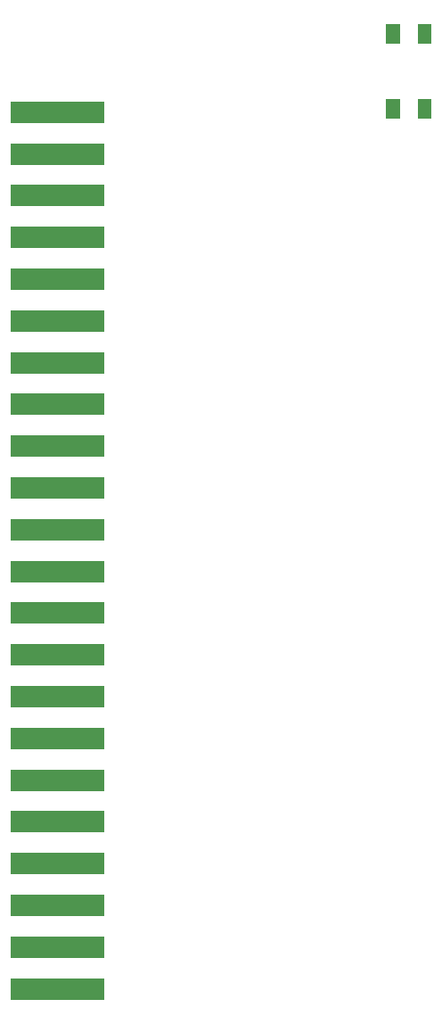
<source format=gbp>
G04 start of page 2 for group 13 layer_idx 12 *
G04 Title: (unknown), bottom_paste *
G04 Creator: pcb-rnd 2.3.2 *
G04 CreationDate: 2021-07-12 19:07:33 UTC *
G04 For:  *
G04 Format: Gerber/RS-274X *
G04 PCB-Dimensions: 1000000 1000000 *
G04 PCB-Coordinate-Origin: lower left *
%MOIN*%
%FSLAX25Y25*%
%LNBOTTOM_PASTE_NONE_13*%
%ADD101C,0.0001*%
G54D101*G36*
X243654Y899740D02*X238536D01*
Y892260D01*
X243654D01*
Y899740D01*
G37*
G36*
X255464D02*X250346D01*
Y892260D01*
X255464D01*
Y899740D01*
G37*
G36*
X243654Y927740D02*X238536D01*
Y920260D01*
X243654D01*
Y927740D01*
G37*
G36*
X255464D02*X250346D01*
Y920260D01*
X255464D01*
Y927740D01*
G37*
G36*
X133000Y890800D02*Y898800D01*
X98000D01*
Y890800D01*
X133000D01*
G37*
G36*
Y875200D02*Y883200D01*
X98000D01*
Y875200D01*
X133000D01*
G37*
G36*
Y859600D02*Y867600D01*
X98000D01*
Y859600D01*
X133000D01*
G37*
G36*
Y844000D02*Y852000D01*
X98000D01*
Y844000D01*
X133000D01*
G37*
G36*
Y828400D02*Y836400D01*
X98000D01*
Y828400D01*
X133000D01*
G37*
G36*
Y812800D02*Y820800D01*
X98000D01*
Y812800D01*
X133000D01*
G37*
G36*
Y797200D02*Y805200D01*
X98000D01*
Y797200D01*
X133000D01*
G37*
G36*
Y781600D02*Y789600D01*
X98000D01*
Y781600D01*
X133000D01*
G37*
G36*
Y766000D02*Y774000D01*
X98000D01*
Y766000D01*
X133000D01*
G37*
G36*
Y750400D02*Y758400D01*
X98000D01*
Y750400D01*
X133000D01*
G37*
G36*
Y734800D02*Y742800D01*
X98000D01*
Y734800D01*
X133000D01*
G37*
G36*
Y719200D02*Y727200D01*
X98000D01*
Y719200D01*
X133000D01*
G37*
G36*
Y703600D02*Y711600D01*
X98000D01*
Y703600D01*
X133000D01*
G37*
G36*
Y688000D02*Y696000D01*
X98000D01*
Y688000D01*
X133000D01*
G37*
G36*
Y672400D02*Y680400D01*
X98000D01*
Y672400D01*
X133000D01*
G37*
G36*
Y656800D02*Y664800D01*
X98000D01*
Y656800D01*
X133000D01*
G37*
G36*
Y641200D02*Y649200D01*
X98000D01*
Y641200D01*
X133000D01*
G37*
G36*
Y625600D02*Y633600D01*
X98000D01*
Y625600D01*
X133000D01*
G37*
G36*
Y610000D02*Y618000D01*
X98000D01*
Y610000D01*
X133000D01*
G37*
G36*
Y594400D02*Y602400D01*
X98000D01*
Y594400D01*
X133000D01*
G37*
G36*
Y578800D02*Y586800D01*
X98000D01*
Y578800D01*
X133000D01*
G37*
G36*
Y563200D02*Y571200D01*
X98000D01*
Y563200D01*
X133000D01*
G37*
M02*

</source>
